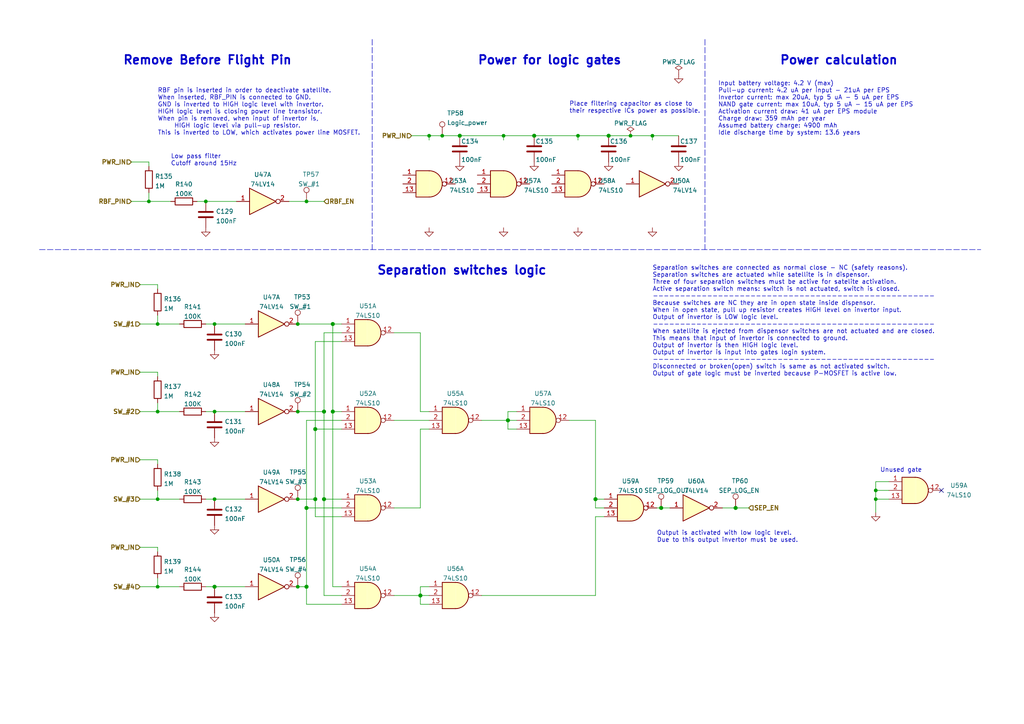
<source format=kicad_sch>
(kicad_sch (version 20210621) (generator eeschema)
  (paper "A4")
  (title_block (title "BUTCube - EPS") (date "2021-06-01") (rev "v1.0") (company "VUT - FIT(STRaDe) & FME(IAE & IPE)") (comment 1 "Author: Petr Malaník"))
  (lib_symbols
    (symbol "74xx:74LS10" (pin_names (offset 1.016))
      (property "Reference" "U" (at 0 1.27 0))
      (property "Value" "74LS10" (at 0 -1.27 0))
      (symbol "74LS10_1_1"
        (arc (start 0 -3.81) (end 0 3.81) (radius (at 0 0) (length 3.81) (angles -89.9 89.9)) (stroke (width 0.254)) (fill (type background)))
        (polyline (pts (xy 0 3.81) (xy -3.81 3.81) (xy -3.81 -3.81) (xy 0 -3.81)) (stroke (width 0.254)) (fill (type background)))
        (pin input line (at -7.62 2.54 0) (length 3.81) (name "~") (number "1"))
        (pin output inverted (at 7.62 0 180) (length 3.81) (name "~") (number "12"))
        (pin input line (at -7.62 -2.54 0) (length 3.81) (name "~") (number "13"))
        (pin input line (at -7.62 0 0) (length 3.81) (name "~") (number "2"))
      )
      (symbol "74LS10_1_2"
        (arc (start -3.81 3.81) (end -3.81 -3.81) (radius (at -9.144 0) (length 6.5532) (angles 35.4 -35.4)) (stroke (width 0.254)))
        (arc (start 3.81 0) (end -0.6096 3.81) (radius (at -1.1938 -1.3208) (length 5.1816) (angles 15 83.7)) (stroke (width 0.254)) (fill (type background)))
        (arc (start 3.81 0) (end -0.6096 -3.81) (radius (at -1.1938 1.3208) (length 5.1816) (angles -15 -83.7)) (stroke (width 0.254)) (fill (type background)))
        (polyline (pts (xy -3.81 -3.81) (xy -0.635 -3.81)) (stroke (width 0.254)) (fill (type background)))
        (polyline (pts (xy -3.81 3.81) (xy -0.635 3.81)) (stroke (width 0.254)) (fill (type background)))
        (polyline (pts (xy -0.635 3.81) (xy -3.81 3.81) (xy -3.81 3.81) (xy -3.556 3.4036) (xy -3.0226 2.2606) (xy -2.6924 1.0414) (xy -2.6162 -0.254) (xy -2.7686 -1.4986) (xy -3.175 -2.7178) (xy -3.81 -3.81) (xy -3.81 -3.81) (xy -0.635 -3.81)) (stroke (width -25.4)) (fill (type background)))
        (pin input inverted (at -7.62 2.54 0) (length 4.318) (name "~") (number "1"))
        (pin output line (at 7.62 0 180) (length 3.81) (name "~") (number "12"))
        (pin input inverted (at -7.62 -2.54 0) (length 4.318) (name "~") (number "13"))
        (pin input inverted (at -7.62 0 0) (length 4.953) (name "~") (number "2"))
      )
      (symbol "74LS10_2_1"
        (arc (start 0 -3.81) (end 0 3.81) (radius (at 0 0) (length 3.81) (angles -89.9 89.9)) (stroke (width 0.254)) (fill (type background)))
        (polyline (pts (xy 0 3.81) (xy -3.81 3.81) (xy -3.81 -3.81) (xy 0 -3.81)) (stroke (width 0.254)) (fill (type background)))
        (pin input line (at -7.62 2.54 0) (length 3.81) (name "~") (number "3"))
        (pin input line (at -7.62 0 0) (length 3.81) (name "~") (number "4"))
        (pin input line (at -7.62 -2.54 0) (length 3.81) (name "~") (number "5"))
        (pin output inverted (at 7.62 0 180) (length 3.81) (name "~") (number "6"))
      )
      (symbol "74LS10_2_2"
        (arc (start -3.81 3.81) (end -3.81 -3.81) (radius (at -9.144 0) (length 6.5532) (angles 35.4 -35.4)) (stroke (width 0.254)))
        (arc (start 3.81 0) (end -0.6096 3.81) (radius (at -1.1938 -1.3208) (length 5.1816) (angles 15 83.7)) (stroke (width 0.254)) (fill (type background)))
        (arc (start 3.81 0) (end -0.6096 -3.81) (radius (at -1.1938 1.3208) (length 5.1816) (angles -15 -83.7)) (stroke (width 0.254)) (fill (type background)))
        (polyline (pts (xy -3.81 -3.81) (xy -0.635 -3.81)) (stroke (width 0.254)) (fill (type background)))
        (polyline (pts (xy -3.81 3.81) (xy -0.635 3.81)) (stroke (width 0.254)) (fill (type background)))
        (polyline (pts (xy -0.635 3.81) (xy -3.81 3.81) (xy -3.81 3.81) (xy -3.556 3.4036) (xy -3.0226 2.2606) (xy -2.6924 1.0414) (xy -2.6162 -0.254) (xy -2.7686 -1.4986) (xy -3.175 -2.7178) (xy -3.81 -3.81) (xy -3.81 -3.81) (xy -0.635 -3.81)) (stroke (width -25.4)) (fill (type background)))
        (pin input inverted (at -7.62 2.54 0) (length 4.318) (name "~") (number "3"))
        (pin input inverted (at -7.62 0 0) (length 4.953) (name "~") (number "4"))
        (pin input inverted (at -7.62 -2.54 0) (length 4.318) (name "~") (number "5"))
        (pin output line (at 7.62 0 180) (length 3.81) (name "~") (number "6"))
      )
      (symbol "74LS10_3_1"
        (arc (start 0 -3.81) (end 0 3.81) (radius (at 0 0) (length 3.81) (angles -89.9 89.9)) (stroke (width 0.254)) (fill (type background)))
        (polyline (pts (xy 0 3.81) (xy -3.81 3.81) (xy -3.81 -3.81) (xy 0 -3.81)) (stroke (width 0.254)) (fill (type background)))
        (pin input line (at -7.62 0 0) (length 3.81) (name "~") (number "10"))
        (pin input line (at -7.62 -2.54 0) (length 3.81) (name "~") (number "11"))
        (pin output inverted (at 7.62 0 180) (length 3.81) (name "~") (number "8"))
        (pin input line (at -7.62 2.54 0) (length 3.81) (name "~") (number "9"))
      )
      (symbol "74LS10_3_2"
        (arc (start -3.81 3.81) (end -3.81 -3.81) (radius (at -9.144 0) (length 6.5532) (angles 35.4 -35.4)) (stroke (width 0.254)))
        (arc (start 3.81 0) (end -0.6096 3.81) (radius (at -1.1938 -1.3208) (length 5.1816) (angles 15 83.7)) (stroke (width 0.254)) (fill (type background)))
        (arc (start 3.81 0) (end -0.6096 -3.81) (radius (at -1.1938 1.3208) (length 5.1816) (angles -15 -83.7)) (stroke (width 0.254)) (fill (type background)))
        (polyline (pts (xy -3.81 -3.81) (xy -0.635 -3.81)) (stroke (width 0.254)) (fill (type background)))
        (polyline (pts (xy -3.81 3.81) (xy -0.635 3.81)) (stroke (width 0.254)) (fill (type background)))
        (polyline (pts (xy -0.635 3.81) (xy -3.81 3.81) (xy -3.81 3.81) (xy -3.556 3.4036) (xy -3.0226 2.2606) (xy -2.6924 1.0414) (xy -2.6162 -0.254) (xy -2.7686 -1.4986) (xy -3.175 -2.7178) (xy -3.81 -3.81) (xy -3.81 -3.81) (xy -0.635 -3.81)) (stroke (width -25.4)) (fill (type background)))
        (pin input inverted (at -7.62 0 0) (length 4.953) (name "~") (number "10"))
        (pin input inverted (at -7.62 -2.54 0) (length 4.318) (name "~") (number "11"))
        (pin output line (at 7.62 0 180) (length 3.81) (name "~") (number "8"))
        (pin input inverted (at -7.62 2.54 0) (length 4.318) (name "~") (number "9"))
      )
      (symbol "74LS10_4_0"
        (pin power_in line (at 0 12.7 270) (length 5.08) (name "VCC") (number "14"))
        (pin power_in line (at 0 -12.7 90) (length 5.08) (name "GND") (number "7"))
      )
      (symbol "74LS10_4_1"
        (rectangle (start -5.08 7.62) (end 5.08 -7.62) (stroke (width 0.254)) (fill (type background)))
      )
    )
    (symbol "74xx:74LV14" (pin_names (offset 1.016))
      (property "Reference" "U" (at 0 1.27 0))
      (property "Value" "74LV14" (at 0 -1.27 0))
      (symbol "74LV14_1_0"
        (polyline (pts (xy -3.81 3.81) (xy -3.81 -3.81) (xy 3.81 0) (xy -3.81 3.81)) (stroke (width 0.254)) (fill (type background)))
        (pin input line (at -7.62 0 0) (length 3.81) (name "~") (number "1"))
        (pin output inverted (at 7.62 0 180) (length 3.81) (name "~") (number "2"))
      )
      (symbol "74LV14_2_0"
        (polyline (pts (xy -3.81 3.81) (xy -3.81 -3.81) (xy 3.81 0) (xy -3.81 3.81)) (stroke (width 0.254)) (fill (type background)))
        (pin input line (at -7.62 0 0) (length 3.81) (name "~") (number "3"))
        (pin output inverted (at 7.62 0 180) (length 3.81) (name "~") (number "4"))
      )
      (symbol "74LV14_3_0"
        (polyline (pts (xy -3.81 3.81) (xy -3.81 -3.81) (xy 3.81 0) (xy -3.81 3.81)) (stroke (width 0.254)) (fill (type background)))
        (pin input line (at -7.62 0 0) (length 3.81) (name "~") (number "5"))
        (pin output inverted (at 7.62 0 180) (length 3.81) (name "~") (number "6"))
      )
      (symbol "74LV14_4_0"
        (polyline (pts (xy -3.81 3.81) (xy -3.81 -3.81) (xy 3.81 0) (xy -3.81 3.81)) (stroke (width 0.254)) (fill (type background)))
        (pin output inverted (at 7.62 0 180) (length 3.81) (name "~") (number "8"))
        (pin input line (at -7.62 0 0) (length 3.81) (name "~") (number "9"))
      )
      (symbol "74LV14_5_0"
        (polyline (pts (xy -3.81 3.81) (xy -3.81 -3.81) (xy 3.81 0) (xy -3.81 3.81)) (stroke (width 0.254)) (fill (type background)))
        (pin output inverted (at 7.62 0 180) (length 3.81) (name "~") (number "10"))
        (pin input line (at -7.62 0 0) (length 3.81) (name "~") (number "11"))
      )
      (symbol "74LV14_6_0"
        (polyline (pts (xy -3.81 3.81) (xy -3.81 -3.81) (xy 3.81 0) (xy -3.81 3.81)) (stroke (width 0.254)) (fill (type background)))
        (pin output inverted (at 7.62 0 180) (length 3.81) (name "~") (number "12"))
        (pin input line (at -7.62 0 0) (length 3.81) (name "~") (number "13"))
      )
      (symbol "74LV14_7_0"
        (pin power_in line (at 0 12.7 270) (length 5.08) (name "3.3V") (number "14"))
        (pin power_in line (at 0 -12.7 90) (length 5.08) (name "GND") (number "7"))
      )
      (symbol "74LV14_7_1"
        (rectangle (start -5.08 7.62) (end 5.08 -7.62) (stroke (width 0.254)) (fill (type background)))
      )
    )
    (symbol "Connector:TestPoint" (pin_numbers hide) (pin_names (offset 0.762) hide)
      (property "Reference" "TP" (at 0 6.858 0))
      (property "Value" "TestPoint" (at 0 5.08 0))
      (symbol "TestPoint_0_1"
        (circle (center 0 3.302) (radius 0.762))
      )
      (symbol "TestPoint_1_1"
        (pin passive line (at 0 0 90) (length 2.54) (name "1") (number "1"))
      )
    )
    (symbol "Device:C" (pin_numbers hide) (pin_names (offset 0.254))
      (property "Reference" "C" (at 0.635 2.54 0))
      (property "Value" "C" (at 0.635 -2.54 0))
      (symbol "C_0_1"
        (polyline (pts (xy -2.032 -0.762) (xy 2.032 -0.762)) (stroke (width 0.508)))
        (polyline (pts (xy -2.032 0.762) (xy 2.032 0.762)) (stroke (width 0.508)))
      )
      (symbol "C_1_1"
        (pin passive line (at 0 3.81 270) (length 2.794) (name "~") (number "1"))
        (pin passive line (at 0 -3.81 90) (length 2.794) (name "~") (number "2"))
      )
    )
    (symbol "Device:R" (pin_numbers hide) (pin_names (offset 0))
      (property "Reference" "R" (at 2.032 0 90))
      (property "Value" "R" (at 0 0 90))
      (symbol "R_0_1"
        (rectangle (start -1.016 -2.54) (end 1.016 2.54) (stroke (width 0.254)))
      )
      (symbol "R_1_1"
        (pin passive line (at 0 3.81 270) (length 1.27) (name "~") (number "1"))
        (pin passive line (at 0 -3.81 90) (length 1.27) (name "~") (number "2"))
      )
    )
    (symbol "power:GND" (power) (pin_names (offset 0))
      (property "Value" "GND" (at 0 -3.81 0))
      (symbol "GND_0_1"
        (polyline (pts (xy 0 0) (xy 0 -1.27) (xy 1.27 -1.27) (xy 0 -2.54) (xy -1.27 -1.27) (xy 0 -1.27)))
      )
      (symbol "GND_1_1"
        (pin power_in line (at 0 0 270) (length 0) hide (name "GND") (number "1"))
      )
    )
    (symbol "power:PWR_FLAG" (power) (pin_numbers hide) (pin_names (offset 0) hide)
      (property "Value" "PWR_FLAG" (at 0 3.81 0))
      (symbol "PWR_FLAG_0_0"
        (pin power_out line (at 0 0 90) (length 0) (name "pwr") (number "1"))
      )
      (symbol "PWR_FLAG_0_1"
        (polyline (pts (xy 0 0) (xy 0 1.27) (xy -1.016 1.905) (xy 0 2.54) (xy 1.016 1.905) (xy 0 1.27)))
      )
    )
  )
  (junction (at 43.18 58.42) (diameter 0.9144))
  (junction (at 45.72 93.98) (diameter 0.9144))
  (junction (at 45.72 119.38) (diameter 0.9144))
  (junction (at 45.72 144.78) (diameter 0.9144))
  (junction (at 45.72 170.18) (diameter 0.9144))
  (junction (at 59.69 58.42) (diameter 0.9144))
  (junction (at 62.23 93.98) (diameter 0.9144))
  (junction (at 62.23 119.38) (diameter 0.9144))
  (junction (at 62.23 144.78) (diameter 0.9144))
  (junction (at 62.23 170.18) (diameter 1.016))
  (junction (at 86.36 93.98) (diameter 0.9144))
  (junction (at 86.36 119.38) (diameter 0.9144))
  (junction (at 86.36 144.78) (diameter 0.9144))
  (junction (at 86.36 170.18) (diameter 0.9144))
  (junction (at 88.9 58.42) (diameter 0.9144))
  (junction (at 88.9 147.32) (diameter 1.016))
  (junction (at 88.9 170.18) (diameter 1.016))
  (junction (at 91.44 124.46) (diameter 1.016))
  (junction (at 91.44 144.78) (diameter 1.016))
  (junction (at 93.98 119.38) (diameter 1.016))
  (junction (at 93.98 144.78) (diameter 1.016))
  (junction (at 96.52 93.98) (diameter 1.016))
  (junction (at 96.52 119.38) (diameter 1.016))
  (junction (at 121.92 172.72) (diameter 1.016))
  (junction (at 124.46 39.37) (diameter 0.9144))
  (junction (at 128.27 39.37) (diameter 0.9144))
  (junction (at 133.35 39.37) (diameter 1.016))
  (junction (at 146.05 39.37) (diameter 0.9144))
  (junction (at 147.32 121.92) (diameter 1.016))
  (junction (at 154.94 39.37) (diameter 1.016))
  (junction (at 167.64 39.37) (diameter 0.9144))
  (junction (at 172.72 144.78) (diameter 1.016))
  (junction (at 176.53 39.37) (diameter 1.016))
  (junction (at 182.88 39.37) (diameter 0.9144))
  (junction (at 189.23 39.37) (diameter 0.9144))
  (junction (at 191.77 147.32) (diameter 1.016))
  (junction (at 213.36 147.32) (diameter 1.016))
  (junction (at 254 142.24) (diameter 0.9144))
  (junction (at 254 144.78) (diameter 0.9144))
  (no_connect (at 273.05 142.24))
  (wire (pts (xy 38.1 46.99) (xy 43.18 46.99)))
  (wire (pts (xy 38.1 58.42) (xy 43.18 58.42)))
  (wire (pts (xy 40.64 82.55) (xy 45.72 82.55)))
  (wire (pts (xy 40.64 93.98) (xy 45.72 93.98)))
  (wire (pts (xy 40.64 107.95) (xy 45.72 107.95)))
  (wire (pts (xy 40.64 119.38) (xy 45.72 119.38)))
  (wire (pts (xy 40.64 133.35) (xy 45.72 133.35)))
  (wire (pts (xy 40.64 144.78) (xy 45.72 144.78)))
  (wire (pts (xy 40.64 158.75) (xy 45.72 158.75)))
  (wire (pts (xy 40.64 170.18) (xy 45.72 170.18)))
  (wire (pts (xy 43.18 46.99) (xy 43.18 48.26)))
  (wire (pts (xy 43.18 55.88) (xy 43.18 58.42)))
  (wire (pts (xy 43.18 58.42) (xy 49.53 58.42)))
  (wire (pts (xy 45.72 82.55) (xy 45.72 83.82)))
  (wire (pts (xy 45.72 91.44) (xy 45.72 93.98)))
  (wire (pts (xy 45.72 93.98) (xy 52.07 93.98)))
  (wire (pts (xy 45.72 107.95) (xy 45.72 109.22)))
  (wire (pts (xy 45.72 116.84) (xy 45.72 119.38)))
  (wire (pts (xy 45.72 119.38) (xy 52.07 119.38)))
  (wire (pts (xy 45.72 133.35) (xy 45.72 134.62)))
  (wire (pts (xy 45.72 142.24) (xy 45.72 144.78)))
  (wire (pts (xy 45.72 144.78) (xy 52.07 144.78)))
  (wire (pts (xy 45.72 158.75) (xy 45.72 160.02)))
  (wire (pts (xy 45.72 167.64) (xy 45.72 170.18)))
  (wire (pts (xy 45.72 170.18) (xy 52.07 170.18)))
  (wire (pts (xy 57.15 58.42) (xy 59.69 58.42)))
  (wire (pts (xy 59.69 58.42) (xy 68.58 58.42)))
  (wire (pts (xy 59.69 93.98) (xy 62.23 93.98)))
  (wire (pts (xy 59.69 119.38) (xy 62.23 119.38)))
  (wire (pts (xy 59.69 144.78) (xy 62.23 144.78)))
  (wire (pts (xy 59.69 170.18) (xy 62.23 170.18)))
  (wire (pts (xy 62.23 93.98) (xy 71.12 93.98)))
  (wire (pts (xy 62.23 119.38) (xy 71.12 119.38)))
  (wire (pts (xy 62.23 144.78) (xy 71.12 144.78)))
  (wire (pts (xy 62.23 170.18) (xy 71.12 170.18)))
  (wire (pts (xy 86.36 119.38) (xy 93.98 119.38)))
  (wire (pts (xy 86.36 144.78) (xy 91.44 144.78)))
  (wire (pts (xy 88.9 58.42) (xy 83.82 58.42)))
  (wire (pts (xy 88.9 58.42) (xy 93.98 58.42)))
  (wire (pts (xy 88.9 121.92) (xy 99.06 121.92)))
  (wire (pts (xy 88.9 147.32) (xy 88.9 121.92)))
  (wire (pts (xy 88.9 147.32) (xy 99.06 147.32)))
  (wire (pts (xy 88.9 170.18) (xy 86.36 170.18)))
  (wire (pts (xy 88.9 170.18) (xy 88.9 147.32)))
  (wire (pts (xy 88.9 175.26) (xy 88.9 170.18)))
  (wire (pts (xy 91.44 99.06) (xy 99.06 99.06)))
  (wire (pts (xy 91.44 124.46) (xy 91.44 99.06)))
  (wire (pts (xy 91.44 124.46) (xy 99.06 124.46)))
  (wire (pts (xy 91.44 144.78) (xy 91.44 124.46)))
  (wire (pts (xy 91.44 149.86) (xy 91.44 144.78)))
  (wire (pts (xy 93.98 96.52) (xy 99.06 96.52)))
  (wire (pts (xy 93.98 119.38) (xy 93.98 96.52)))
  (wire (pts (xy 93.98 119.38) (xy 93.98 144.78)))
  (wire (pts (xy 93.98 144.78) (xy 93.98 172.72)))
  (wire (pts (xy 93.98 144.78) (xy 99.06 144.78)))
  (wire (pts (xy 93.98 172.72) (xy 99.06 172.72)))
  (wire (pts (xy 96.52 93.98) (xy 86.36 93.98)))
  (wire (pts (xy 96.52 93.98) (xy 99.06 93.98)))
  (wire (pts (xy 96.52 119.38) (xy 96.52 93.98)))
  (wire (pts (xy 96.52 119.38) (xy 99.06 119.38)))
  (wire (pts (xy 96.52 170.18) (xy 96.52 119.38)))
  (wire (pts (xy 99.06 149.86) (xy 91.44 149.86)))
  (wire (pts (xy 99.06 170.18) (xy 96.52 170.18)))
  (wire (pts (xy 99.06 175.26) (xy 88.9 175.26)))
  (wire (pts (xy 114.3 121.92) (xy 124.46 121.92)))
  (wire (pts (xy 114.3 147.32) (xy 121.92 147.32)))
  (wire (pts (xy 114.3 172.72) (xy 121.92 172.72)))
  (wire (pts (xy 119.38 39.37) (xy 124.46 39.37)))
  (wire (pts (xy 121.92 96.52) (xy 114.3 96.52)))
  (wire (pts (xy 121.92 119.38) (xy 121.92 96.52)))
  (wire (pts (xy 121.92 124.46) (xy 124.46 124.46)))
  (wire (pts (xy 121.92 147.32) (xy 121.92 124.46)))
  (wire (pts (xy 121.92 170.18) (xy 124.46 170.18)))
  (wire (pts (xy 121.92 172.72) (xy 121.92 170.18)))
  (wire (pts (xy 121.92 172.72) (xy 124.46 172.72)))
  (wire (pts (xy 121.92 175.26) (xy 121.92 172.72)))
  (wire (pts (xy 124.46 39.37) (xy 124.46 40.64)))
  (wire (pts (xy 124.46 39.37) (xy 128.27 39.37)))
  (wire (pts (xy 124.46 119.38) (xy 121.92 119.38)))
  (wire (pts (xy 124.46 175.26) (xy 121.92 175.26)))
  (wire (pts (xy 128.27 39.37) (xy 133.35 39.37)))
  (wire (pts (xy 133.35 39.37) (xy 146.05 39.37)))
  (wire (pts (xy 139.7 121.92) (xy 147.32 121.92)))
  (wire (pts (xy 146.05 39.37) (xy 146.05 40.64)))
  (wire (pts (xy 146.05 39.37) (xy 154.94 39.37)))
  (wire (pts (xy 147.32 119.38) (xy 147.32 121.92)))
  (wire (pts (xy 147.32 121.92) (xy 147.32 124.46)))
  (wire (pts (xy 147.32 121.92) (xy 149.86 121.92)))
  (wire (pts (xy 147.32 124.46) (xy 149.86 124.46)))
  (wire (pts (xy 149.86 119.38) (xy 147.32 119.38)))
  (wire (pts (xy 154.94 39.37) (xy 167.64 39.37)))
  (wire (pts (xy 167.64 39.37) (xy 167.64 40.64)))
  (wire (pts (xy 167.64 39.37) (xy 176.53 39.37)))
  (wire (pts (xy 172.72 121.92) (xy 165.1 121.92)))
  (wire (pts (xy 172.72 144.78) (xy 172.72 121.92)))
  (wire (pts (xy 172.72 144.78) (xy 175.26 144.78)))
  (wire (pts (xy 172.72 147.32) (xy 172.72 144.78)))
  (wire (pts (xy 172.72 149.86) (xy 172.72 172.72)))
  (wire (pts (xy 172.72 172.72) (xy 139.7 172.72)))
  (wire (pts (xy 175.26 147.32) (xy 172.72 147.32)))
  (wire (pts (xy 175.26 149.86) (xy 172.72 149.86)))
  (wire (pts (xy 176.53 39.37) (xy 182.88 39.37)))
  (wire (pts (xy 182.88 39.37) (xy 189.23 39.37)))
  (wire (pts (xy 189.23 39.37) (xy 189.23 40.64)))
  (wire (pts (xy 189.23 39.37) (xy 196.85 39.37)))
  (wire (pts (xy 190.5 147.32) (xy 191.77 147.32)))
  (wire (pts (xy 191.77 147.32) (xy 194.31 147.32)))
  (wire (pts (xy 209.55 147.32) (xy 213.36 147.32)))
  (wire (pts (xy 213.36 147.32) (xy 217.17 147.32)))
  (wire (pts (xy 254 139.7) (xy 254 142.24)))
  (wire (pts (xy 254 142.24) (xy 254 144.78)))
  (wire (pts (xy 254 142.24) (xy 257.81 142.24)))
  (wire (pts (xy 254 144.78) (xy 254 148.59)))
  (wire (pts (xy 254 144.78) (xy 257.81 144.78)))
  (wire (pts (xy 257.81 139.7) (xy 254 139.7)))
  (polyline (pts (xy 11.43 72.39) (xy 284.48 72.39)) (stroke (width 0) (type dash)))
  (polyline (pts (xy 107.95 11.43) (xy 107.95 72.39)) (stroke (width 0) (type dash)))
  (polyline (pts (xy 204.47 11.43) (xy 204.47 72.39)) (stroke (width 0) (type dash)))
  (text "Remove Before Flight Pin" (at 35.56 19.05 0) (effects (font (size 2.5 2.5) (thickness 0.5) bold) (justify left bottom)))
  (text "RBF pin is inserted in order to deactivate satellite.\nWhen inserted, RBF_PIN is connected to GND.\nGND is inverted to HIGH logic level with invertor.\nHIGH logic level is closing power line transistor.\nWhen pin is removed, when input of invertor is,\n	HIGH logic level via pull-up resistor.\nThis is inverted to LOW, which activates power line MOSFET." (at 45.72 39.37 0) (effects (font (size 1.27 1.27)) (justify left bottom)))
  (text "Low pass filter\nCutoff around 15Hz" (at 49.53 48.26 0) (effects (font (size 1.27 1.27)) (justify left bottom)))
  (text "Separation switches logic" (at 109.22 80.01 0) (effects (font (size 2.5 2.5) (thickness 0.5) bold) (justify left bottom)))
  (text "Power for logic gates" (at 138.43 19.05 0) (effects (font (size 2.5 2.5) (thickness 0.5) bold) (justify left bottom)))
  (text "Place filtering capacitor as close to\ntheir respective ICs power as possible." (at 165.1 33.02 0) (effects (font (size 1.27 1.27)) (justify left bottom)))
  (text "Separation switches are connected as normal close - NC (safety reasons).\nSeparation switches are actuated while satellite is in dispensor.\nThree of four separation switches must be active for satelite activation.\nActive separation switch means: switch is not actuated, switch is closed.\n----------------------------------------------------\nBecause switches are NC they are in open state inside dispensor.\nWhen in open state, pull up resistor creates HIGH level on invertor input.\nOutput of invertor is LOW logic level.\n----------------------------------------------------\nWhen satellite is ejected from dispensor switches are not actuated and are closed.\nThis means that input of invertor is connected to ground.\nOutput of invertor is then HIGH logic level.\nOutput of invertor is input into gates login system.\n----------------------------------------------------\nDisconnected or broken(open) switch is same as not activated switch.\nOutput of gate logic must be inverted because P-MOSFET is active low." (at 189.23 109.22 0) (effects (font (size 1.27 1.27)) (justify left bottom)))
  (text "Output is activated with low logic level.\nDue to this output invertor must be used." (at 190.5 157.48 0) (effects (font (size 1.27 1.27)) (justify left bottom)))
  (text "Input battery voltage: 4.2 V (max)\nPull-up current: 4.2 uA per input - 21uA per EPS\nInvertor current: max 20uA, typ 5 uA - 5 uA per EPS\nNAND gate current: max 10uA, typ 5 uA - 15 uA per EPS\nActivation current draw: 41 uA per EPS module\nCharge draw: 359 mAh per year\nAssumed battery charge: 4900 mAh\nIdle discharge time by system: 13.6 years" (at 208.28 39.37 0) (effects (font (size 1.27 1.27)) (justify left bottom)))
  (text "Power calculation" (at 226.06 19.05 0) (effects (font (size 2.5 2.5) (thickness 0.5) bold) (justify left bottom)))
  (text "Unused gate" (at 255.27 137.16 0) (effects (font (size 1.27 1.27)) (justify left bottom)))
  (hierarchical_label "PWR_IN" (shape input) (at 38.1 46.99 180) (effects (font (thickness 0.254))))
  (hierarchical_label "RBF_PIN" (shape input) (at 38.1 58.42 180) (effects (font (thickness 0.254))))
  (hierarchical_label "PWR_IN" (shape input) (at 40.64 82.55 180) (effects (font (thickness 0.254))))
  (hierarchical_label "SW_#1" (shape input) (at 40.64 93.98 180) (effects (font (thickness 0.254))))
  (hierarchical_label "PWR_IN" (shape input) (at 40.64 107.95 180) (effects (font (thickness 0.254))))
  (hierarchical_label "SW_#2" (shape input) (at 40.64 119.38 180) (effects (font (thickness 0.254))))
  (hierarchical_label "PWR_IN" (shape input) (at 40.64 133.35 180) (effects (font (thickness 0.254))))
  (hierarchical_label "SW_#3" (shape input) (at 40.64 144.78 180) (effects (font (thickness 0.254))))
  (hierarchical_label "PWR_IN" (shape input) (at 40.64 158.75 180) (effects (font (thickness 0.254))))
  (hierarchical_label "SW_#4" (shape input) (at 40.64 170.18 180) (effects (font (thickness 0.254))))
  (hierarchical_label "RBF_EN" (shape input) (at 93.98 58.42 0) (effects (font (thickness 0.254))))
  (hierarchical_label "PWR_IN" (shape input) (at 119.38 39.37 180) (effects (font (thickness 0.254))))
  (hierarchical_label "SEP_EN" (shape input) (at 217.17 147.32 0) (effects (font (thickness 0.254))))
  (symbol (lib_id "power:PWR_FLAG") (at 182.88 39.37 0)
    (property "Reference" "#FLG0102" (effects hide))
    (property "Value" "PWR_FLAG" (at 182.88 35.7654 0))
  )
  (symbol (lib_id "power:PWR_FLAG") (at 196.85 21.59 0)
    (property "Reference" "#FLG0116" (effects hide))
    (property "Value" "PWR_FLAG" (at 196.85 17.9854 0))
  )
  (symbol (lib_id "Connector:TestPoint") (at 86.36 93.98 0)
    (property "Reference" "TP53" (at 85.2171 86.15 0) (effects (justify left)))
    (property "Value" "SW_#1" (at 83.9471 88.9251 0) (effects (justify left)))
    (property "Footprint" "TCY_connectors:TestPoint_Pad_D0.5mm" (effects hide))
  )
  (symbol (lib_id "Connector:TestPoint") (at 86.36 119.38 0)
    (property "Reference" "TP54" (at 85.2171 111.55 0) (effects (justify left)))
    (property "Value" "SW_#2" (at 83.9471 114.3251 0) (effects (justify left)))
    (property "Footprint" "TCY_connectors:TestPoint_Pad_D0.5mm" (effects hide))
  )
  (symbol (lib_id "Connector:TestPoint") (at 86.36 144.78 0)
    (property "Reference" "TP55" (at 83.9471 136.95 0) (effects (justify left)))
    (property "Value" "SW_#3" (at 82.6771 139.7251 0) (effects (justify left)))
    (property "Footprint" "TCY_connectors:TestPoint_Pad_D0.5mm" (effects hide))
  )
  (symbol (lib_id "Connector:TestPoint") (at 86.36 170.18 0)
    (property "Reference" "TP56" (at 83.9471 162.35 0) (effects (justify left)))
    (property "Value" "SW_#4" (at 82.6771 165.1251 0) (effects (justify left)))
    (property "Footprint" "TCY_connectors:TestPoint_Pad_D0.5mm" (effects hide))
  )
  (symbol (lib_id "Connector:TestPoint") (at 88.9 58.42 0)
    (property "Reference" "TP57" (at 87.7571 50.59 0) (effects (justify left)))
    (property "Value" "SW_#1" (at 86.4871 53.3651 0) (effects (justify left)))
    (property "Footprint" "TCY_connectors:TestPoint_Pad_D0.5mm" (effects hide))
  )
  (symbol (lib_id "Connector:TestPoint") (at 128.27 39.37 0)
    (property "Reference" "TP58" (at 129.6671 32.81 0) (effects (justify left)))
    (property "Value" "Logic_power" (at 129.6671 35.5851 0) (effects (justify left)))
    (property "Footprint" "TCY_connectors:TestPoint_Pad_D0.5mm" (effects hide))
  )
  (symbol (lib_id "Connector:TestPoint") (at 191.77 147.32 0)
    (property "Reference" "TP59" (at 190.6271 139.49 0) (effects (justify left)))
    (property "Value" "SEP_LOG_OUT" (at 186.8171 142.2651 0) (effects (justify left)))
    (property "Footprint" "TCY_connectors:TestPoint_Pad_D0.5mm" (effects hide))
  )
  (symbol (lib_id "Connector:TestPoint") (at 213.36 147.32 0)
    (property "Reference" "TP60" (at 212.2171 139.49 0) (effects (justify left)))
    (property "Value" "SEP_LOG_EN" (at 208.4071 142.2651 0) (effects (justify left)))
    (property "Footprint" "TCY_connectors:TestPoint_Pad_D0.5mm" (effects hide))
  )
  (symbol (lib_id "power:GND") (at 59.69 66.04 0)
    (property "Reference" "#PWR0312" (effects hide))
    (property "Value" "GND" (effects hide))
  )
  (symbol (lib_id "power:GND") (at 62.23 101.6 0)
    (property "Reference" "#PWR0313" (effects hide))
    (property "Value" "GND" (effects hide))
  )
  (symbol (lib_id "power:GND") (at 62.23 127 0)
    (property "Reference" "#PWR0314" (effects hide))
    (property "Value" "GND" (effects hide))
  )
  (symbol (lib_id "power:GND") (at 62.23 152.4 0)
    (property "Reference" "#PWR0315" (effects hide))
    (property "Value" "GND" (effects hide))
  )
  (symbol (lib_id "power:GND") (at 62.23 177.8 0)
    (property "Reference" "#PWR0316" (effects hide))
    (property "Value" "GND" (effects hide))
  )
  (symbol (lib_id "power:GND") (at 124.46 66.04 0)
    (property "Reference" "#PWR0317" (effects hide))
    (property "Value" "GND" (effects hide))
  )
  (symbol (lib_id "power:GND") (at 133.35 46.99 0)
    (property "Reference" "#PWR0318" (effects hide))
    (property "Value" "GND" (effects hide))
  )
  (symbol (lib_id "power:GND") (at 146.05 66.04 0)
    (property "Reference" "#PWR0319" (effects hide))
    (property "Value" "GND" (effects hide))
  )
  (symbol (lib_id "power:GND") (at 154.94 46.99 0)
    (property "Reference" "#PWR0320" (effects hide))
    (property "Value" "GND" (effects hide))
  )
  (symbol (lib_id "power:GND") (at 167.64 66.04 0)
    (property "Reference" "#PWR0321" (effects hide))
    (property "Value" "GND" (effects hide))
  )
  (symbol (lib_id "power:GND") (at 176.53 46.99 0)
    (property "Reference" "#PWR0322" (effects hide))
    (property "Value" "GND" (effects hide))
  )
  (symbol (lib_id "power:GND") (at 189.23 66.04 0)
    (property "Reference" "#PWR0323" (effects hide))
    (property "Value" "GND" (effects hide))
  )
  (symbol (lib_id "power:GND") (at 196.85 21.59 0)
    (property "Reference" "#PWR0327" (effects hide))
    (property "Value" "GND" (effects hide))
  )
  (symbol (lib_id "power:GND") (at 196.85 46.99 0)
    (property "Reference" "#PWR0324" (effects hide))
    (property "Value" "GND" (effects hide))
  )
  (symbol (lib_id "power:GND") (at 254 148.59 0)
    (property "Reference" "#PWR0325" (effects hide))
    (property "Value" "GND" (effects hide))
  )
  (symbol (lib_id "Device:R") (at 43.18 52.07 0)
    (property "Reference" "R135" (at 44.9581 51.1615 0) (effects (justify left)))
    (property "Value" "1M" (at 44.9581 53.9366 0) (effects (justify left)))
  )
  (symbol (lib_id "Device:R") (at 45.72 87.63 0)
    (property "Reference" "R136" (at 47.4981 86.7215 0) (effects (justify left)))
    (property "Value" "1M" (at 47.4981 89.4966 0) (effects (justify left)))
  )
  (symbol (lib_id "Device:R") (at 45.72 113.03 0)
    (property "Reference" "R137" (at 47.4981 112.1215 0) (effects (justify left)))
    (property "Value" "1M" (at 47.4981 114.8966 0) (effects (justify left)))
  )
  (symbol (lib_id "Device:R") (at 45.72 138.43 0)
    (property "Reference" "R138" (at 47.4981 137.5215 0) (effects (justify left)))
    (property "Value" "1M" (at 47.4981 140.2966 0) (effects (justify left)))
  )
  (symbol (lib_id "Device:R") (at 45.72 163.83 0)
    (property "Reference" "R139" (at 47.4981 162.9215 0) (effects (justify left)))
    (property "Value" "1M" (at 47.4981 165.6966 0) (effects (justify left)))
  )
  (symbol (lib_id "Device:R") (at 53.34 58.42 90)
    (property "Reference" "R140" (at 53.34 53.4374 90))
    (property "Value" "100K" (at 53.34 56.2125 90))
  )
  (symbol (lib_id "Device:R") (at 55.88 93.98 90)
    (property "Reference" "R141" (at 55.88 88.9974 90))
    (property "Value" "100K" (at 55.88 91.7725 90))
  )
  (symbol (lib_id "Device:R") (at 55.88 119.38 90)
    (property "Reference" "R142" (at 55.88 114.3974 90))
    (property "Value" "100K" (at 55.88 117.1725 90))
  )
  (symbol (lib_id "Device:R") (at 55.88 144.78 90)
    (property "Reference" "R143" (at 55.88 139.7974 90))
    (property "Value" "100K" (at 55.88 142.5725 90))
  )
  (symbol (lib_id "Device:R") (at 55.88 170.18 90)
    (property "Reference" "R144" (at 55.88 165.1974 90))
    (property "Value" "100K" (at 55.88 167.9725 90))
  )
  (symbol (lib_id "Device:C") (at 59.69 62.23 0)
    (property "Reference" "C129" (at 62.6111 61.3215 0) (effects (justify left)))
    (property "Value" "100nF" (at 62.6111 64.0966 0) (effects (justify left)))
  )
  (symbol (lib_id "Device:C") (at 62.23 97.79 0)
    (property "Reference" "C130" (at 65.1511 96.8815 0) (effects (justify left)))
    (property "Value" "100nF" (at 65.1511 99.6566 0) (effects (justify left)))
  )
  (symbol (lib_id "Device:C") (at 62.23 123.19 0)
    (property "Reference" "C131" (at 65.1511 122.2815 0) (effects (justify left)))
    (property "Value" "100nF" (at 65.1511 125.0566 0) (effects (justify left)))
  )
  (symbol (lib_id "Device:C") (at 62.23 148.59 0)
    (property "Reference" "C132" (at 65.1511 147.6815 0) (effects (justify left)))
    (property "Value" "100nF" (at 65.1511 150.4566 0) (effects (justify left)))
  )
  (symbol (lib_id "Device:C") (at 62.23 173.99 0)
    (property "Reference" "C133" (at 65.1511 173.0815 0) (effects (justify left)))
    (property "Value" "100nF" (at 65.1511 175.8566 0) (effects (justify left)))
  )
  (symbol (lib_id "Device:C") (at 133.35 43.18 0)
    (property "Reference" "C134" (at 133.7311 41.0015 0) (effects (justify left)))
    (property "Value" "100nF" (at 133.7311 46.3166 0) (effects (justify left)))
  )
  (symbol (lib_id "Device:C") (at 154.94 43.18 0)
    (property "Reference" "C135" (at 155.3211 41.0015 0) (effects (justify left)))
    (property "Value" "100nF" (at 155.3211 46.3166 0) (effects (justify left)))
  )
  (symbol (lib_id "Device:C") (at 176.53 43.18 0)
    (property "Reference" "C136" (at 176.9111 41.0015 0) (effects (justify left)))
    (property "Value" "100nF" (at 176.9111 46.3166 0) (effects (justify left)))
  )
  (symbol (lib_id "Device:C") (at 196.85 43.18 0)
    (property "Reference" "C137" (at 197.2311 41.0015 0) (effects (justify left)))
    (property "Value" "100nF" (at 197.2311 46.3166 0) (effects (justify left)))
  )
  (symbol (lib_id "74xx:74LV14") (at 76.2 58.42 0)
    (property "Reference" "U47" (at 76.2 50.6434 0))
    (property "Value" "74LV14" (at 76.2 53.4185 0))
    (property "Footprint" "Package_DFN_QFN:Texas_S-PVQFN-N14" (effects hide))
    (property "Datasheet" "http://www.ti.com/lit/gpn/sn74LV14" (effects hide))
  )
  (symbol (lib_id "74xx:74LV14") (at 78.74 93.98 0)
    (property "Reference" "U47" (at 78.74 86.2034 0))
    (property "Value" "74LV14" (at 78.74 88.9785 0))
    (property "Footprint" "Package_DFN_QFN:Texas_S-PVQFN-N14" (effects hide))
    (property "Datasheet" "http://www.ti.com/lit/gpn/sn74LV14" (effects hide))
  )
  (symbol (lib_id "74xx:74LV14") (at 78.74 119.38 0)
    (property "Reference" "U48" (at 78.74 111.6034 0))
    (property "Value" "74LV14" (at 78.74 114.3785 0))
    (property "Footprint" "Package_DFN_QFN:Texas_S-PVQFN-N14" (effects hide))
    (property "Datasheet" "http://www.ti.com/lit/gpn/sn74LV14" (effects hide))
  )
  (symbol (lib_id "74xx:74LV14") (at 78.74 144.78 0)
    (property "Reference" "U49" (at 78.74 137.0034 0))
    (property "Value" "74LV14" (at 78.74 139.7785 0))
    (property "Footprint" "Package_DFN_QFN:Texas_S-PVQFN-N14" (effects hide))
    (property "Datasheet" "http://www.ti.com/lit/gpn/sn74LV14" (effects hide))
  )
  (symbol (lib_id "74xx:74LV14") (at 78.74 170.18 0)
    (property "Reference" "U50" (at 78.74 162.4034 0))
    (property "Value" "74LV14" (at 78.74 165.1785 0))
    (property "Footprint" "Package_DFN_QFN:Texas_S-PVQFN-N14" (effects hide))
    (property "Datasheet" "http://www.ti.com/lit/gpn/sn74LV14" (effects hide))
  )
  (symbol (lib_id "74xx:74LS10") (at 106.68 96.52 0)
    (property "Reference" "U51" (at 106.68 88.7434 0))
    (property "Value" "74LS10" (at 106.68 91.5185 0))
    (property "Footprint" "TCY_IC:Nexperia_DHVQFN-14" (effects hide))
    (property "Datasheet" "http://www.ti.com/lit/gpn/sn74LS10" (effects hide))
  )
  (symbol (lib_id "74xx:74LS10") (at 106.68 121.92 0)
    (property "Reference" "U52" (at 106.68 114.1434 0))
    (property "Value" "74LS10" (at 106.68 116.9185 0))
    (property "Footprint" "TCY_IC:Nexperia_DHVQFN-14" (effects hide))
    (property "Datasheet" "http://www.ti.com/lit/gpn/sn74LS10" (effects hide))
  )
  (symbol (lib_id "74xx:74LS10") (at 106.68 147.32 0)
    (property "Reference" "U53" (at 106.68 139.5434 0))
    (property "Value" "74LS10" (at 106.68 142.3185 0))
    (property "Footprint" "TCY_IC:Nexperia_DHVQFN-14" (effects hide))
    (property "Datasheet" "http://www.ti.com/lit/gpn/sn74LS10" (effects hide))
  )
  (symbol (lib_id "74xx:74LS10") (at 106.68 172.72 0)
    (property "Reference" "U54" (at 106.68 164.9434 0))
    (property "Value" "74LS10" (at 106.68 167.7185 0))
    (property "Footprint" "TCY_IC:Nexperia_DHVQFN-14" (effects hide))
    (property "Datasheet" "http://www.ti.com/lit/gpn/sn74LS10" (effects hide))
  )
  (symbol (lib_id "74xx:74LS10") (at 132.08 121.92 0)
    (property "Reference" "U55" (at 132.08 114.1434 0))
    (property "Value" "74LS10" (at 132.08 116.9185 0))
    (property "Footprint" "TCY_IC:Nexperia_DHVQFN-14" (effects hide))
    (property "Datasheet" "http://www.ti.com/lit/gpn/sn74LS10" (effects hide))
  )
  (symbol (lib_id "74xx:74LS10") (at 132.08 172.72 0)
    (property "Reference" "U56" (at 132.08 164.9434 0))
    (property "Value" "74LS10" (at 132.08 167.7185 0))
    (property "Footprint" "TCY_IC:Nexperia_DHVQFN-14" (effects hide))
    (property "Datasheet" "http://www.ti.com/lit/gpn/sn74LS10" (effects hide))
  )
  (symbol (lib_id "74xx:74LS10") (at 157.48 121.92 0)
    (property "Reference" "U57" (at 157.48 114.1434 0))
    (property "Value" "74LS10" (at 157.48 116.9185 0))
    (property "Footprint" "TCY_IC:Nexperia_DHVQFN-14" (effects hide))
    (property "Datasheet" "http://www.ti.com/lit/gpn/sn74LS10" (effects hide))
  )
  (symbol (lib_id "74xx:74LS10") (at 182.88 147.32 0)
    (property "Reference" "U59" (at 182.88 139.5434 0))
    (property "Value" "74LS10" (at 182.88 142.3185 0))
    (property "Footprint" "TCY_IC:Nexperia_DHVQFN-14" (effects hide))
    (property "Datasheet" "http://www.ti.com/lit/gpn/sn74LS10" (effects hide))
  )
  (symbol (lib_id "74xx:74LV14") (at 201.93 147.32 0)
    (property "Reference" "U60" (at 201.93 139.5434 0))
    (property "Value" "74LV14" (at 201.93 142.3185 0))
    (property "Footprint" "Package_DFN_QFN:Texas_S-PVQFN-N14" (effects hide))
    (property "Datasheet" "http://www.ti.com/lit/gpn/sn74LV14" (effects hide))
  )
  (symbol (lib_id "74xx:74LS10") (at 265.43 142.24 0)
    (property "Reference" "U59" (at 278.13 140.8134 0))
    (property "Value" "74LS10" (at 278.13 143.5885 0))
    (property "Footprint" "TCY_IC:Nexperia_DHVQFN-14" (effects hide))
    (property "Datasheet" "http://www.ti.com/lit/gpn/sn74LS10" (effects hide))
  )
  (symbol (lib_id "74xx:74LS10") (at 124.46 53.34 0)
    (property "Reference" "U53" (at 130.3021 52.4315 0) (effects (justify left)))
    (property "Value" "74LS10" (at 130.3021 55.2066 0) (effects (justify left)))
    (property "Footprint" "TCY_IC:Nexperia_DHVQFN-14" (effects hide))
    (property "Datasheet" "http://www.ti.com/lit/gpn/sn74LS10" (effects hide))
  )
  (symbol (lib_id "74xx:74LS10") (at 146.05 53.34 0)
    (property "Reference" "U57" (at 151.8921 52.4315 0) (effects (justify left)))
    (property "Value" "74LS10" (at 151.8921 55.2066 0) (effects (justify left)))
    (property "Footprint" "TCY_IC:Nexperia_DHVQFN-14" (effects hide))
    (property "Datasheet" "http://www.ti.com/lit/gpn/sn74LS10" (effects hide))
  )
  (symbol (lib_id "74xx:74LS10") (at 167.64 53.34 0)
    (property "Reference" "U58" (at 173.4821 52.4315 0) (effects (justify left)))
    (property "Value" "74LS10" (at 173.4821 55.2066 0) (effects (justify left)))
    (property "Footprint" "TCY_IC:Nexperia_DHVQFN-14" (effects hide))
    (property "Datasheet" "http://www.ti.com/lit/gpn/sn74LS10" (effects hide))
  )
  (symbol (lib_id "74xx:74LV14") (at 189.23 53.34 0)
    (property "Reference" "U50" (at 195.0721 52.4315 0) (effects (justify left)))
    (property "Value" "74LV14" (at 195.0721 55.2066 0) (effects (justify left)))
    (property "Footprint" "Package_DFN_QFN:Texas_S-PVQFN-N14" (effects hide))
    (property "Datasheet" "http://www.ti.com/lit/gpn/sn74LV14" (effects hide))
  )
)
</source>
